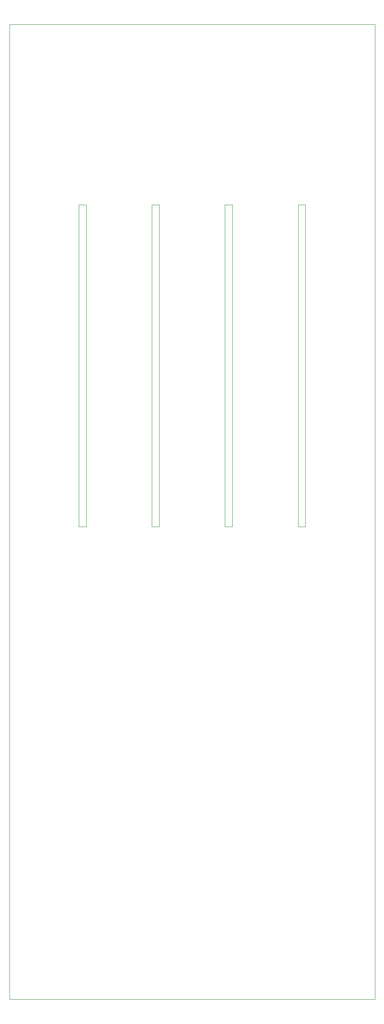
<source format=gbr>
G04 #@! TF.GenerationSoftware,KiCad,Pcbnew,5.1.10-88a1d61d58~90~ubuntu20.04.1*
G04 #@! TF.CreationDate,2021-08-07T10:45:27-04:00*
G04 #@! TF.ProjectId,ao_audio_mixer_panel_al,616f5f61-7564-4696-9f5f-6d697865725f,rev?*
G04 #@! TF.SameCoordinates,Original*
G04 #@! TF.FileFunction,Profile,NP*
%FSLAX46Y46*%
G04 Gerber Fmt 4.6, Leading zero omitted, Abs format (unit mm)*
G04 Created by KiCad (PCBNEW 5.1.10-88a1d61d58~90~ubuntu20.04.1) date 2021-08-07 10:45:27*
%MOMM*%
%LPD*%
G01*
G04 APERTURE LIST*
G04 #@! TA.AperFunction,Profile*
%ADD10C,0.100000*%
G04 #@! TD*
G04 APERTURE END LIST*
D10*
X60750000Y-103000000D02*
X59250000Y-103000000D01*
X59250000Y-37000000D02*
X60750000Y-37000000D01*
X60750000Y-37000000D02*
X60750000Y-103000000D01*
X59250000Y-103000000D02*
X59250000Y-37000000D01*
X45750000Y-37000000D02*
X45750000Y-103000000D01*
X45750000Y-103000000D02*
X44250000Y-103000000D01*
X44250000Y-103000000D02*
X44250000Y-37000000D01*
X44250000Y-37000000D02*
X45750000Y-37000000D01*
X29250000Y-37000000D02*
X30750000Y-37000000D01*
X29250000Y-103000000D02*
X29250000Y-37000000D01*
X30750000Y-37000000D02*
X30750000Y-103000000D01*
X30750000Y-103000000D02*
X29250000Y-103000000D01*
X14250000Y-103000000D02*
X14250000Y-37000000D01*
X15750000Y-103000000D02*
X14250000Y-103000000D01*
X15750000Y-37000000D02*
X15750000Y-103000000D01*
X14250000Y-37000000D02*
X15750000Y-37000000D01*
X75000000Y0D02*
X0Y0D01*
X75000000Y-200000000D02*
X75000000Y0D01*
X0Y-200000000D02*
X75000000Y-200000000D01*
X0Y0D02*
X0Y-200000000D01*
M02*

</source>
